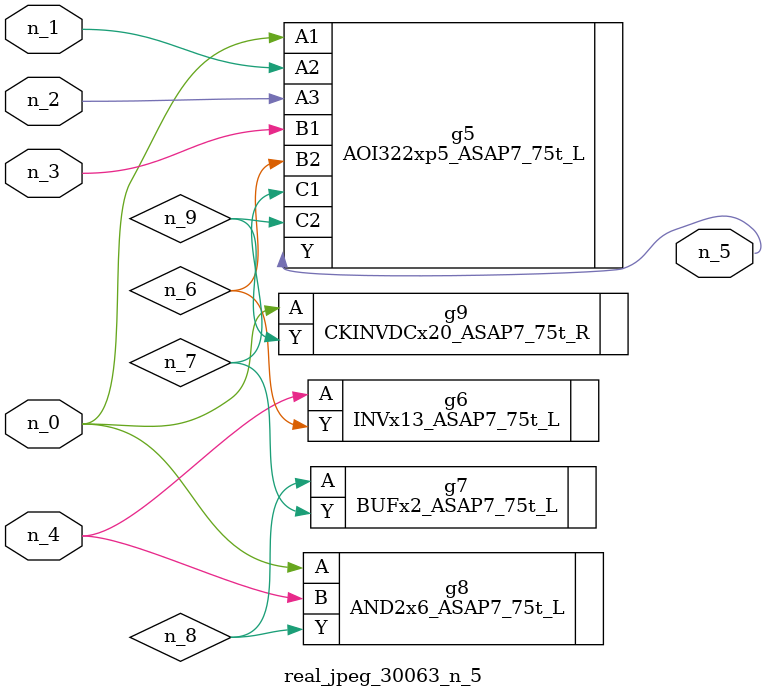
<source format=v>
module real_jpeg_30063_n_5 (n_4, n_0, n_1, n_2, n_3, n_5);

input n_4;
input n_0;
input n_1;
input n_2;
input n_3;

output n_5;

wire n_8;
wire n_6;
wire n_7;
wire n_9;

AOI322xp5_ASAP7_75t_L g5 ( 
.A1(n_0),
.A2(n_1),
.A3(n_2),
.B1(n_3),
.B2(n_6),
.C1(n_7),
.C2(n_9),
.Y(n_5)
);

AND2x6_ASAP7_75t_L g8 ( 
.A(n_0),
.B(n_4),
.Y(n_8)
);

CKINVDCx20_ASAP7_75t_R g9 ( 
.A(n_0),
.Y(n_9)
);

INVx13_ASAP7_75t_L g6 ( 
.A(n_4),
.Y(n_6)
);

BUFx2_ASAP7_75t_L g7 ( 
.A(n_8),
.Y(n_7)
);


endmodule
</source>
